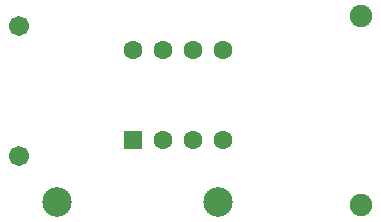
<source format=gbs>
G04 Layer: BottomSolderMaskLayer*
G04 EasyEDA v6.5.39, 2023-12-18 19:06:56*
G04 b3e2410d46ed40f7919fa36850a0afc5,10*
G04 Gerber Generator version 0.2*
G04 Scale: 100 percent, Rotated: No, Reflected: No *
G04 Dimensions in millimeters *
G04 leading zeros omitted , absolute positions ,4 integer and 5 decimal *
%FSLAX45Y45*%
%MOMM*%

%AMMACRO1*1,1,$1,$2,$3*1,1,$1,$4,$5*1,1,$1,0-$2,0-$3*1,1,$1,0-$4,0-$5*20,1,$1,$2,$3,$4,$5,0*20,1,$1,$4,$5,0-$2,0-$3,0*20,1,$1,0-$2,0-$3,0-$4,0-$5,0*20,1,$1,0-$4,0-$5,$2,$3,0*4,1,4,$2,$3,$4,$5,0-$2,0-$3,0-$4,0-$5,$2,$3,0*%
%ADD10C,2.5016*%
%ADD11C,1.9016*%
%ADD12MACRO1,0.1016X-0.75X0.75X0.75X0.75*%
%ADD13C,1.6016*%
%ADD14C,1.7016*%

%LPD*%
D10*
G01*
X1402791Y2057400D03*
G01*
X2762808Y2057400D03*
D11*
G01*
X3975100Y3632098D03*
G01*
X3975100Y2032101D03*
D12*
G01*
X2044700Y2578100D03*
D13*
G01*
X2298700Y2578100D03*
G01*
X2552700Y2578100D03*
G01*
X2806700Y2578100D03*
G01*
X2044700Y3340100D03*
G01*
X2298700Y3340100D03*
G01*
X2552700Y3340100D03*
G01*
X2806700Y3340100D03*
D14*
G01*
X1079500Y2447201D03*
G01*
X1079500Y3547198D03*
M02*

</source>
